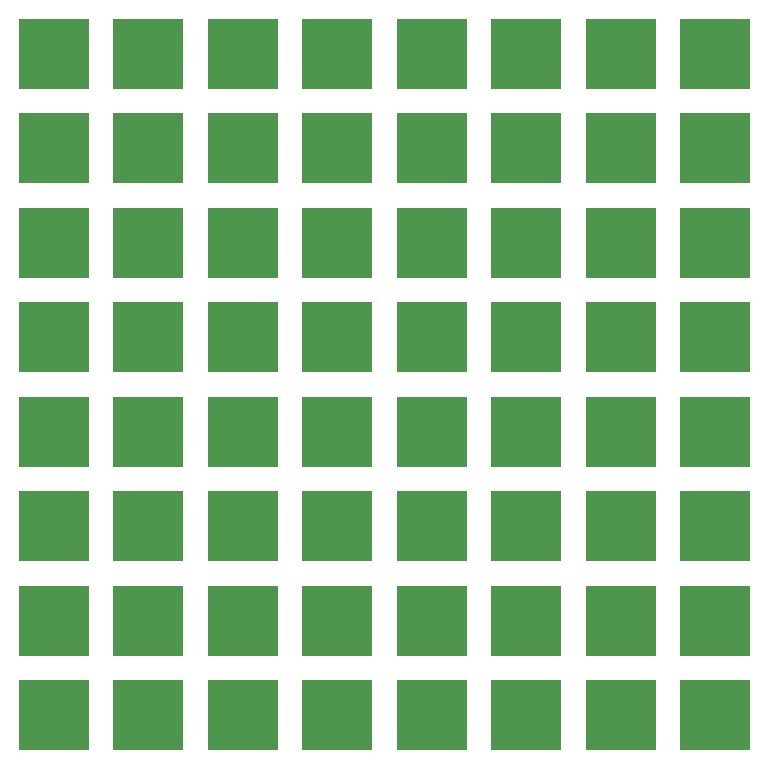
<source format=gbr>
G04 #@! TF.GenerationSoftware,KiCad,Pcbnew,5.1.2-f72e74a~84~ubuntu18.04.1*
G04 #@! TF.CreationDate,2019-06-14T20:13:49+08:00*
G04 #@! TF.ProjectId,simCapSE,73696d43-6170-4534-952e-6b696361645f,rev?*
G04 #@! TF.SameCoordinates,Original*
G04 #@! TF.FileFunction,Paste,Bot*
G04 #@! TF.FilePolarity,Positive*
%FSLAX46Y46*%
G04 Gerber Fmt 4.6, Leading zero omitted, Abs format (unit mm)*
G04 Created by KiCad (PCBNEW 5.1.2-f72e74a~84~ubuntu18.04.1) date 2019-06-14 20:13:49*
%MOMM*%
%LPD*%
G04 APERTURE LIST*
%ADD10R,6.000000X6.000000*%
G04 APERTURE END LIST*
D10*
X0Y0D03*
X0Y-8000000D03*
X0Y-16000000D03*
X0Y-24000000D03*
X0Y-32000000D03*
X0Y-40000000D03*
X0Y-48000000D03*
X0Y-56000000D03*
X8000000Y0D03*
X8000000Y-8000000D03*
X8000000Y-16000000D03*
X8000000Y-24000000D03*
X8000000Y-32000000D03*
X8000000Y-40000000D03*
X8000000Y-48000000D03*
X8000000Y-56000000D03*
X16000000Y0D03*
X16000000Y-8000000D03*
X16000000Y-16000000D03*
X16000000Y-24000000D03*
X16000000Y-32000000D03*
X16000000Y-40000000D03*
X16000000Y-48000000D03*
X16000000Y-56000000D03*
X24000000Y0D03*
X24000000Y-8000000D03*
X24000000Y-16000000D03*
X24000000Y-24000000D03*
X24000000Y-32000000D03*
X24000000Y-40000000D03*
X24000000Y-48000000D03*
X24000000Y-56000000D03*
X32000000Y0D03*
X32000000Y-8000000D03*
X32000000Y-16000000D03*
X32000000Y-24000000D03*
X32000000Y-32000000D03*
X32000000Y-40000000D03*
X32000000Y-48000000D03*
X32000000Y-56000000D03*
X40000000Y0D03*
X40000000Y-8000000D03*
X40000000Y-16000000D03*
X40000000Y-24000000D03*
X40000000Y-32000000D03*
X40000000Y-40000000D03*
X40000000Y-48000000D03*
X40000000Y-56000000D03*
X48000000Y0D03*
X48000000Y-8000000D03*
X48000000Y-16000000D03*
X48000000Y-24000000D03*
X48000000Y-32000000D03*
X48000000Y-40000000D03*
X48000000Y-48000000D03*
X48000000Y-56000000D03*
X56000000Y0D03*
X56000000Y-8000000D03*
X56000000Y-16000000D03*
X56000000Y-24000000D03*
X56000000Y-32000000D03*
X56000000Y-40000000D03*
X56000000Y-48000000D03*
X56000000Y-56000000D03*
M02*

</source>
